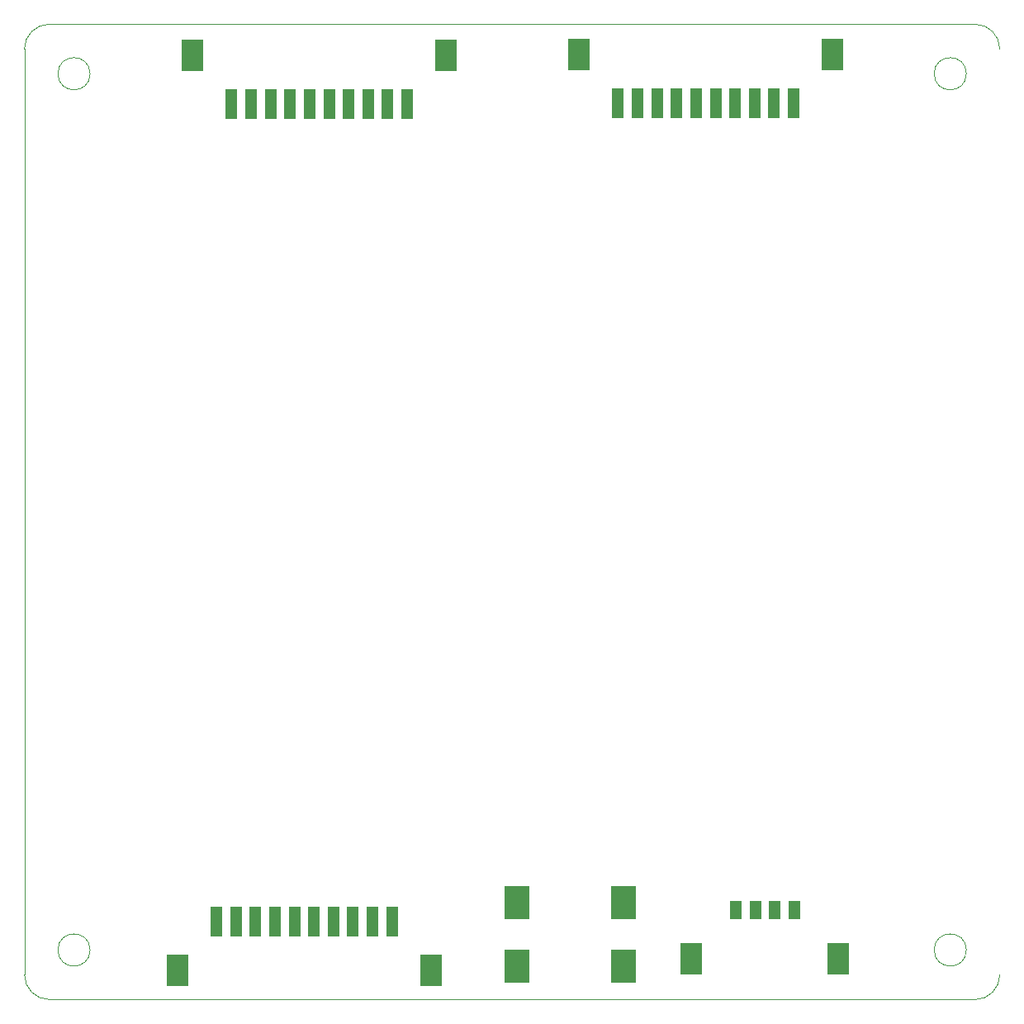
<source format=gtp>
G04 Layer_Color=8421504*
%FSLAX25Y25*%
%MOIN*%
G70*
G01*
G75*
%ADD10R,0.09842X0.13780*%
%ADD11R,0.04724X0.07700*%
%ADD12R,0.09055X0.12992*%
%ADD13R,0.04724X0.12205*%
%ADD19C,0.00050*%
D10*
X545000Y342295D02*
D03*
Y316705D02*
D03*
X502000Y342295D02*
D03*
Y316705D02*
D03*
D11*
X613894Y339347D02*
D03*
X606020D02*
D03*
X598146D02*
D03*
X590272D02*
D03*
D12*
X631500Y319500D02*
D03*
X572287D02*
D03*
X527000Y684500D02*
D03*
X629362D02*
D03*
X467244Y314815D02*
D03*
X364882D02*
D03*
X371008Y684185D02*
D03*
X473370D02*
D03*
D13*
X542748Y664815D02*
D03*
X550622D02*
D03*
X558496D02*
D03*
X566370D02*
D03*
X574244D02*
D03*
X582118D02*
D03*
X589992D02*
D03*
X597866D02*
D03*
X605740D02*
D03*
X613614D02*
D03*
X451496Y334500D02*
D03*
X443622D02*
D03*
X435748D02*
D03*
X427874D02*
D03*
X420000D02*
D03*
X412126D02*
D03*
X404252D02*
D03*
X396378D02*
D03*
X388504D02*
D03*
X380630D02*
D03*
X386756Y664500D02*
D03*
X394630D02*
D03*
X402504D02*
D03*
X410378D02*
D03*
X418252D02*
D03*
X426126D02*
D03*
X434000D02*
D03*
X441874D02*
D03*
X449748D02*
D03*
X457622D02*
D03*
D19*
X696850Y686850D02*
G03*
X686850Y696850I-10000J0D01*
G01*
Y303150D02*
G03*
X696850Y313150I0J10000D01*
G01*
X303150D02*
G03*
X313150Y303150I10000J0D01*
G01*
Y696850D02*
G03*
X303150Y686850I0J-10000D01*
G01*
X329646Y676850D02*
G03*
X329646Y676850I-6496J0D01*
G01*
X683347Y323150D02*
G03*
X683347Y323150I-6496J0D01*
G01*
X329646D02*
G03*
X329646Y323150I-6496J0D01*
G01*
X683347Y676850D02*
G03*
X683347Y676850I-6496J0D01*
G01*
X313150Y303150D02*
X686850D01*
X303150Y313150D02*
Y686850D01*
X313150Y696850D02*
X686850D01*
M02*

</source>
